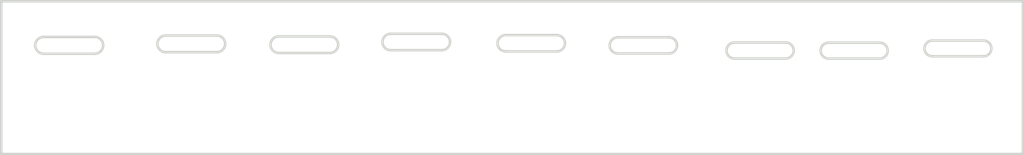
<source format=kicad_pcb>
(kicad_pcb (version 20171130) (host pcbnew "(5.1.2)-1")

  (general
    (thickness 1.6)
    (drawings 40)
    (tracks 0)
    (zones 0)
    (modules 0)
    (nets 1)
  )

  (page A4)
  (layers
    (0 F.Cu signal)
    (31 B.Cu signal)
    (32 B.Adhes user)
    (33 F.Adhes user)
    (34 B.Paste user)
    (35 F.Paste user)
    (36 B.SilkS user)
    (37 F.SilkS user)
    (38 B.Mask user)
    (39 F.Mask user)
    (40 Dwgs.User user)
    (41 Cmts.User user)
    (42 Eco1.User user)
    (43 Eco2.User user)
    (44 Edge.Cuts user)
    (45 Margin user)
    (46 B.CrtYd user)
    (47 F.CrtYd user)
    (48 B.Fab user)
    (49 F.Fab user)
  )

  (setup
    (last_trace_width 0.25)
    (trace_clearance 0.2)
    (zone_clearance 0.508)
    (zone_45_only no)
    (trace_min 0.2)
    (via_size 0.8)
    (via_drill 0.4)
    (via_min_size 0.4)
    (via_min_drill 0.3)
    (uvia_size 0.3)
    (uvia_drill 0.1)
    (uvias_allowed no)
    (uvia_min_size 0.2)
    (uvia_min_drill 0.1)
    (edge_width 0.05)
    (segment_width 0.2)
    (pcb_text_width 0.3)
    (pcb_text_size 1.5 1.5)
    (mod_edge_width 0.12)
    (mod_text_size 1 1)
    (mod_text_width 0.15)
    (pad_size 1.524 1.524)
    (pad_drill 0.762)
    (pad_to_mask_clearance 0.051)
    (solder_mask_min_width 0.25)
    (aux_axis_origin 16.51 193.04)
    (visible_elements 7FFFFFFF)
    (pcbplotparams
      (layerselection 0x01000_7ffffffe)
      (usegerberextensions false)
      (usegerberattributes false)
      (usegerberadvancedattributes false)
      (creategerberjobfile false)
      (excludeedgelayer true)
      (linewidth 0.100000)
      (plotframeref false)
      (viasonmask false)
      (mode 1)
      (useauxorigin false)
      (hpglpennumber 1)
      (hpglpenspeed 20)
      (hpglpendiameter 15.000000)
      (psnegative false)
      (psa4output false)
      (plotreference true)
      (plotvalue true)
      (plotinvisibletext false)
      (padsonsilk false)
      (subtractmaskfromsilk false)
      (outputformat 1)
      (mirror false)
      (drillshape 0)
      (scaleselection 1)
      (outputdirectory "plots-try05/"))
  )

  (net 0 "")

  (net_class Default "This is the default net class."
    (clearance 0.2)
    (trace_width 0.25)
    (via_dia 0.8)
    (via_drill 0.4)
    (uvia_dia 0.3)
    (uvia_drill 0.1)
  )

  (gr_line (start 69.727672 181.02668) (end 65.727672 181.02668) (layer Edge.Cuts) (width 0.2))
  (gr_arc (start 90.36019 180.631091) (end 90.36019 180.011091) (angle -180) (layer Edge.Cuts) (width 0.2))
  (gr_line (start 94.36019 181.251091) (end 90.36019 181.251091) (layer Edge.Cuts) (width 0.2))
  (gr_arc (start 47.943624 180.12668) (end 47.943624 179.48168) (angle -180) (layer Edge.Cuts) (width 0.2))
  (gr_line (start 78.870673 180.16668) (end 74.870673 180.16668) (layer Edge.Cuts) (width 0.2))
  (gr_line (start 86.234905 181.429348) (end 82.234905 181.429348) (layer Edge.Cuts) (width 0.2))
  (gr_line (start 94.36019 180.011091) (end 90.36019 180.011091) (layer Edge.Cuts) (width 0.2))
  (gr_arc (start 56.94944 180.225568) (end 56.94944 179.585568) (angle -180) (layer Edge.Cuts) (width 0.2))
  (gr_line (start 86.234905 180.179348) (end 82.234905 180.179348) (layer Edge.Cuts) (width 0.2))
  (gr_line (start 51.943624 180.77168) (end 47.943624 180.77168) (layer Edge.Cuts) (width 0.2))
  (gr_line (start 60.94944 179.585568) (end 56.94944 179.585568) (layer Edge.Cuts) (width 0.2))
  (gr_arc (start 60.94944 180.225568) (end 60.94944 180.865568) (angle -180) (layer Edge.Cuts) (width 0.2))
  (gr_arc (start 86.234905 180.804348) (end 86.234905 181.429348) (angle -180) (layer Edge.Cuts) (width 0.2))
  (gr_arc (start 78.870673 180.79668) (end 78.870673 181.42668) (angle -180) (layer Edge.Cuts) (width 0.2))
  (gr_line (start 78.870673 181.42668) (end 74.870673 181.42668) (layer Edge.Cuts) (width 0.2))
  (gr_arc (start 69.727672 180.39168) (end 69.727672 181.02668) (angle -180) (layer Edge.Cuts) (width 0.2))
  (gr_arc (start 82.234905 180.804348) (end 82.234905 180.179348) (angle -180) (layer Edge.Cuts) (width 0.2))
  (gr_arc (start 74.870673 180.79668) (end 74.870673 180.16668) (angle -180) (layer Edge.Cuts) (width 0.2))
  (gr_line (start 60.94944 180.865568) (end 56.94944 180.865568) (layer Edge.Cuts) (width 0.2))
  (gr_line (start 69.727672 179.75668) (end 65.727672 179.75668) (layer Edge.Cuts) (width 0.2))
  (gr_arc (start 94.36019 180.631091) (end 94.36019 181.251091) (angle -180) (layer Edge.Cuts) (width 0.2))
  (gr_arc (start 65.727672 180.39168) (end 65.727672 179.75668) (angle -180) (layer Edge.Cuts) (width 0.2))
  (gr_line (start 51.943624 179.48168) (end 47.943624 179.48168) (layer Edge.Cuts) (width 0.2))
  (gr_arc (start 20.766031 180.387767) (end 20.766031 179.727767) (angle -180) (layer Edge.Cuts) (width 0.2))
  (gr_arc (start 24.766031 180.387767) (end 24.766031 181.047767) (angle -180) (layer Edge.Cuts) (width 0.2))
  (gr_line (start 43.18 180.99) (end 39.18 180.99) (layer Edge.Cuts) (width 0.2))
  (gr_arc (start 30.325185 180.271679) (end 30.325185 179.616679) (angle -180) (layer Edge.Cuts) (width 0.2))
  (gr_line (start 97.447138 188.926678) (end 17.447139 188.926678) (layer Edge.Cuts) (width 0.2))
  (gr_line (start 34.325185 180.926679) (end 30.325185 180.926679) (layer Edge.Cuts) (width 0.2))
  (gr_line (start 97.447138 176.926679) (end 97.447138 188.926678) (layer Edge.Cuts) (width 0.2))
  (gr_line (start 17.447139 176.926679) (end 17.447139 188.926678) (layer Edge.Cuts) (width 0.2))
  (gr_arc (start 34.325185 180.271679) (end 34.325185 180.926679) (angle -180) (layer Edge.Cuts) (width 0.2))
  (gr_line (start 24.766031 179.727767) (end 20.766031 179.727767) (layer Edge.Cuts) (width 0.2))
  (gr_line (start 24.766031 181.047767) (end 20.766031 181.047767) (layer Edge.Cuts) (width 0.2))
  (gr_line (start 97.447138 176.926679) (end 17.447139 176.926679) (layer Edge.Cuts) (width 0.2))
  (gr_arc (start 51.943624 180.12668) (end 51.943624 180.77168) (angle -180) (layer Edge.Cuts) (width 0.2))
  (gr_arc (start 39.18 180.34) (end 39.18 179.69) (angle -180) (layer Edge.Cuts) (width 0.2))
  (gr_line (start 43.18 179.69) (end 39.18 179.69) (layer Edge.Cuts) (width 0.2))
  (gr_line (start 34.325185 179.616679) (end 30.325185 179.616679) (layer Edge.Cuts) (width 0.2))
  (gr_arc (start 43.18 180.34) (end 43.18 180.99) (angle -180) (layer Edge.Cuts) (width 0.2))

)

</source>
